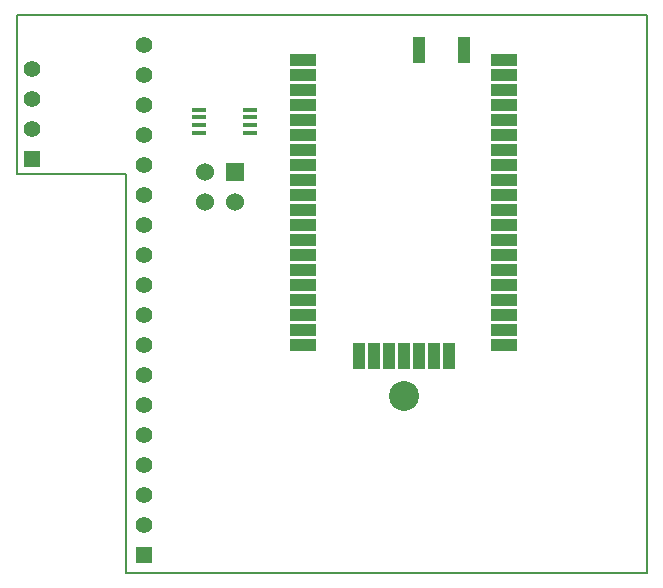
<source format=gbs>
G04 (created by PCBNEW (2012-nov-02)-testing) date Wed 19 Jun 2013 11:23:59 AM CDT*
%MOIN*%
G04 Gerber Fmt 3.4, Leading zero omitted, Abs format*
%FSLAX34Y34*%
G01*
G70*
G90*
G04 APERTURE LIST*
%ADD10C,0.006*%
%ADD11C,0.00590551*%
%ADD12R,0.055X0.055*%
%ADD13C,0.055*%
%ADD14R,0.06X0.06*%
%ADD15C,0.06*%
%ADD16R,0.05X0.015*%
%ADD17R,0.09X0.04*%
%ADD18R,0.04X0.09*%
%ADD19C,0.1*%
G04 APERTURE END LIST*
G54D10*
G54D11*
X95850Y-48350D02*
X95850Y-66950D01*
X74850Y-48350D02*
X74850Y-53650D01*
X95850Y-48350D02*
X74850Y-48350D01*
X78500Y-66950D02*
X95850Y-66950D01*
X78500Y-53650D02*
X78500Y-66950D01*
X74850Y-53650D02*
X78500Y-53650D01*
G54D12*
X75350Y-53150D03*
G54D13*
X75350Y-52150D03*
X75350Y-51150D03*
X75350Y-50150D03*
G54D12*
X79100Y-66350D03*
G54D13*
X79100Y-65350D03*
X79100Y-64350D03*
X79100Y-63350D03*
X79100Y-62350D03*
X79100Y-61350D03*
X79100Y-60350D03*
X79100Y-59350D03*
X79100Y-58350D03*
X79100Y-57350D03*
X79100Y-56350D03*
X79100Y-55350D03*
X79100Y-54350D03*
X79100Y-53350D03*
X79100Y-52350D03*
X79100Y-51350D03*
X79100Y-50350D03*
X79100Y-49350D03*
G54D14*
X82140Y-53570D03*
G54D15*
X82140Y-54570D03*
X81140Y-53570D03*
X81140Y-54570D03*
G54D16*
X82640Y-51506D03*
X82640Y-51762D03*
X82640Y-52018D03*
X82640Y-52274D03*
X80940Y-52274D03*
X80940Y-52018D03*
X80940Y-51762D03*
X80940Y-51506D03*
G54D17*
X91100Y-49850D03*
X91100Y-50350D03*
X91100Y-50850D03*
X91100Y-51350D03*
X91100Y-51850D03*
X91100Y-52350D03*
X91100Y-52850D03*
X91100Y-53350D03*
X91100Y-53850D03*
X91100Y-54350D03*
X91100Y-54850D03*
X91100Y-55350D03*
X91100Y-55850D03*
X91100Y-56350D03*
X91100Y-56850D03*
X91100Y-57350D03*
X91100Y-57850D03*
X91100Y-58350D03*
X91100Y-58850D03*
X91100Y-59350D03*
G54D18*
X89250Y-59700D03*
X88750Y-59700D03*
X88250Y-59700D03*
X87750Y-59700D03*
X87250Y-59700D03*
X86750Y-59700D03*
X86250Y-59700D03*
G54D17*
X84400Y-59350D03*
X84400Y-58850D03*
X84400Y-58350D03*
X84400Y-57850D03*
X84400Y-57350D03*
X84400Y-56850D03*
X84400Y-56350D03*
X84400Y-55850D03*
X84400Y-55350D03*
X84400Y-54850D03*
X84400Y-54350D03*
X84400Y-53850D03*
X84400Y-53350D03*
X84400Y-52850D03*
X84400Y-52350D03*
X84400Y-51850D03*
X84400Y-51350D03*
X84400Y-50850D03*
X84400Y-50350D03*
X84400Y-49850D03*
G54D18*
X89750Y-49500D03*
X88250Y-49500D03*
G54D19*
X87750Y-61050D03*
M02*

</source>
